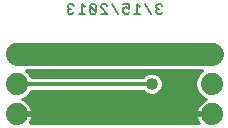
<source format=gbl>
G75*
G70*
%OFA0B0*%
%FSLAX24Y24*%
%IPPOS*%
%LPD*%
%AMOC8*
5,1,8,0,0,1.08239X$1,22.5*
%
%ADD10C,0.0080*%
%ADD11C,0.0740*%
%ADD12C,0.0750*%
%ADD13C,0.0100*%
%ADD14C,0.0400*%
%ADD15C,0.0120*%
D10*
X016033Y007893D02*
X016087Y007840D01*
X016193Y007840D01*
X016247Y007893D01*
X016140Y008000D02*
X016087Y008000D01*
X016033Y007947D01*
X016033Y007893D01*
X016087Y008000D02*
X016033Y008054D01*
X016033Y008107D01*
X016087Y008160D01*
X016193Y008160D01*
X016247Y008107D01*
X016508Y008160D02*
X016508Y007840D01*
X016402Y007840D02*
X016615Y007840D01*
X016770Y007893D02*
X016823Y007840D01*
X016930Y007840D01*
X016983Y007893D01*
X016770Y008107D01*
X016770Y007893D01*
X016983Y007893D02*
X016983Y008107D01*
X016930Y008160D01*
X016823Y008160D01*
X016770Y008107D01*
X016615Y008054D02*
X016508Y008160D01*
X017138Y008107D02*
X017192Y008160D01*
X017298Y008160D01*
X017352Y008107D01*
X017507Y008160D02*
X017720Y007840D01*
X017875Y007893D02*
X017928Y007840D01*
X018035Y007840D01*
X018088Y007893D01*
X018088Y008000D02*
X017982Y008054D01*
X017928Y008054D01*
X017875Y008000D01*
X017875Y007893D01*
X018088Y008000D02*
X018088Y008160D01*
X017875Y008160D01*
X018350Y008160D02*
X018457Y008054D01*
X018350Y008160D02*
X018350Y007840D01*
X018457Y007840D02*
X018243Y007840D01*
X018612Y008160D02*
X018825Y007840D01*
X018980Y007893D02*
X019033Y007840D01*
X019140Y007840D01*
X019193Y007893D01*
X019087Y008000D02*
X019033Y008000D01*
X018980Y007947D01*
X018980Y007893D01*
X019033Y008000D02*
X018980Y008054D01*
X018980Y008107D01*
X019033Y008160D01*
X019140Y008160D01*
X019193Y008107D01*
X017352Y007840D02*
X017138Y008054D01*
X017138Y008107D01*
X017138Y007840D02*
X017352Y007840D01*
D11*
X014333Y006500D03*
X014333Y005500D03*
X014333Y004500D03*
X020833Y004500D03*
X020833Y005500D03*
X020833Y006500D03*
D12*
X014333Y006500D01*
D13*
X014778Y004227D02*
X014765Y004210D01*
X020401Y004210D01*
X020389Y004227D01*
X020351Y004300D01*
X020326Y004378D01*
X020315Y004450D01*
X020783Y004450D01*
X020783Y004550D01*
X020315Y004550D01*
X020326Y004622D01*
X020351Y004700D01*
X020389Y004773D01*
X020437Y004839D01*
X020495Y004897D01*
X020561Y004945D01*
X020634Y004982D01*
X020656Y004989D01*
X020527Y005042D01*
X020376Y005194D01*
X020293Y005393D01*
X020293Y005607D01*
X020376Y005806D01*
X020525Y005955D01*
X014642Y005955D01*
X014791Y005806D01*
X014823Y005730D01*
X018540Y005730D01*
X018624Y005814D01*
X018760Y005870D01*
X018907Y005870D01*
X019043Y005814D01*
X019147Y005710D01*
X019203Y005574D01*
X019203Y005426D01*
X019147Y005290D01*
X019043Y005186D01*
X018907Y005130D01*
X018760Y005130D01*
X018624Y005186D01*
X018540Y005270D01*
X014823Y005270D01*
X014791Y005194D01*
X014639Y005042D01*
X014511Y004989D01*
X014533Y004982D01*
X014606Y004945D01*
X014672Y004897D01*
X014730Y004839D01*
X014778Y004773D01*
X014815Y004700D01*
X014841Y004622D01*
X014852Y004550D01*
X014383Y004550D01*
X014383Y004450D01*
X014852Y004450D01*
X014841Y004378D01*
X014815Y004300D01*
X014778Y004227D01*
X014813Y004296D02*
X020354Y004296D01*
X020324Y004394D02*
X014843Y004394D01*
X014383Y004493D02*
X020783Y004493D01*
X020321Y004591D02*
X014845Y004591D01*
X014819Y004690D02*
X020348Y004690D01*
X020400Y004788D02*
X014767Y004788D01*
X014682Y004887D02*
X020484Y004887D01*
X020643Y004985D02*
X014523Y004985D01*
X014681Y005084D02*
X020486Y005084D01*
X020388Y005182D02*
X019032Y005182D01*
X019137Y005281D02*
X020340Y005281D01*
X020299Y005379D02*
X019184Y005379D01*
X019203Y005478D02*
X020293Y005478D01*
X020293Y005576D02*
X019202Y005576D01*
X019162Y005675D02*
X020321Y005675D01*
X020362Y005773D02*
X019084Y005773D01*
X018583Y005773D02*
X014805Y005773D01*
X014726Y005872D02*
X020441Y005872D01*
X018634Y005182D02*
X014779Y005182D01*
D14*
X018833Y005500D03*
D15*
X014333Y005500D01*
M02*

</source>
